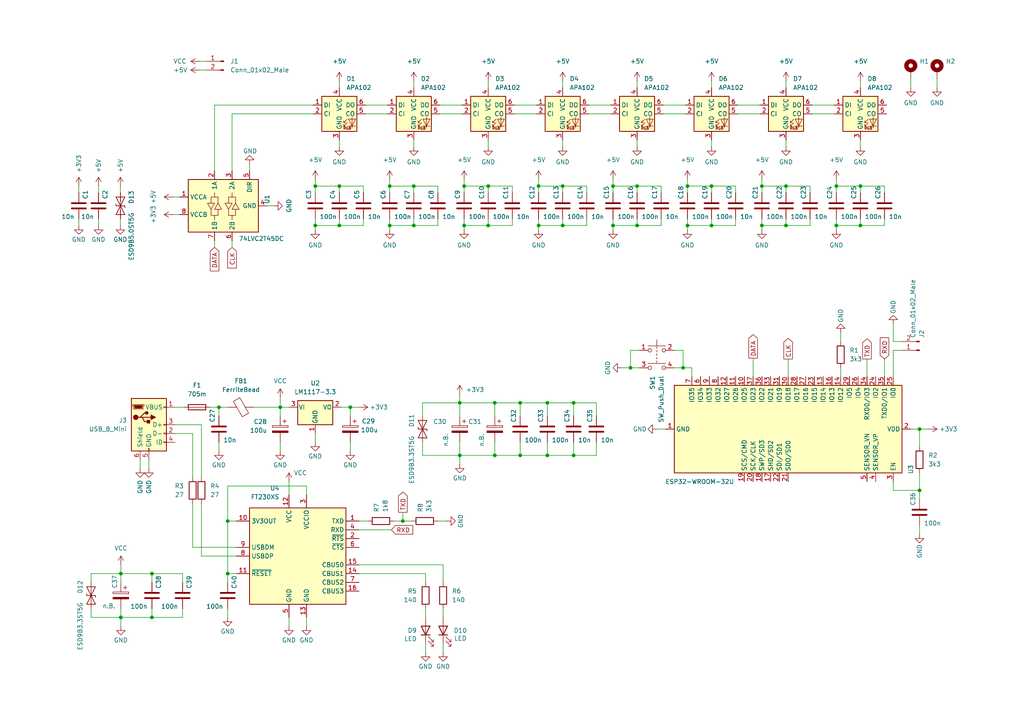
<source format=kicad_sch>
(kicad_sch (version 20211123) (generator eeschema)
  (paper "A4")
  (title_block (title "WIFI RGB LED Controller") (date "2022-03-14") (rev "1.0") (company "g.raf^engineering"))
  (junction (at 206.375 53.975))
  (junction (at 133.35 132.08))
  (junction (at 143.51 132.08))
  (junction (at 150.876 116.84))
  (junction (at 227.965 65.405))
  (junction (at 134.62 53.975))
  (junction (at 141.605 53.975))
  (junction (at 101.6 118.11))
  (junction (at 156.21 65.405))
  (junction (at 184.785 65.405))
  (junction (at 91.44 53.975))
  (junction (at 120.015 53.975))
  (junction (at 166.37 116.84))
  (junction (at 249.555 65.405))
  (junction (at 116.84 151.13))
  (junction (at 44.069 166.37))
  (junction (at 113.03 65.405))
  (junction (at 177.8 53.975))
  (junction (at 158.75 116.84))
  (junction (at 98.425 53.975))
  (junction (at 113.03 53.975))
  (junction (at 242.57 53.975))
  (junction (at 35.052 179.07))
  (junction (at 199.39 65.405))
  (junction (at 184.785 53.975))
  (junction (at 143.51 116.84))
  (junction (at 242.57 65.405))
  (junction (at 134.62 65.405))
  (junction (at 120.015 65.405))
  (junction (at 35.052 166.37))
  (junction (at 206.375 65.405))
  (junction (at 44.069 179.07))
  (junction (at 66.04 151.13))
  (junction (at 133.35 116.84))
  (junction (at 198.12 106.68))
  (junction (at 220.98 53.975))
  (junction (at 150.876 132.08))
  (junction (at 220.98 65.405))
  (junction (at 177.8 65.405))
  (junction (at 182.88 106.68))
  (junction (at 266.7 124.46))
  (junction (at 63.5 118.11))
  (junction (at 81.28 118.11))
  (junction (at 249.555 53.975))
  (junction (at 66.04 166.37))
  (junction (at 227.965 53.975))
  (junction (at 163.195 65.405))
  (junction (at 163.195 53.975))
  (junction (at 141.605 65.405))
  (junction (at 158.75 132.08))
  (junction (at 266.7 142.24))
  (junction (at 98.425 65.405))
  (junction (at 166.37 132.08))
  (junction (at 199.39 53.975))
  (junction (at 156.21 53.975))
  (junction (at 91.44 65.405))
  (wire (pts (xy 98.425 63.5) (xy 98.425 65.405)))
  (wire (pts (xy 148.59 53.975) (xy 141.605 53.975)))
  (wire (pts (xy 170.18 65.405) (xy 163.195 65.405)))
  (wire (pts (xy 184.785 53.975) (xy 177.8 53.975)))
  (wire (pts (xy 199.39 65.405) (xy 199.39 66.675)))
  (wire (pts (xy 184.785 65.405) (xy 177.8 65.405)))
  (wire (pts (xy 190.5 124.46) (xy 193.04 124.46)))
  (wire (pts (xy 35.052 179.07) (xy 35.052 181.61)))
  (wire (pts (xy 235.585 33.02) (xy 241.935 33.02)))
  (wire (pts (xy 220.98 52.07) (xy 220.98 53.975)))
  (wire (pts (xy 34.925 63.5) (xy 34.925 65.405)))
  (wire (pts (xy 259.08 139.7) (xy 259.08 142.24)))
  (wire (pts (xy 234.95 65.405) (xy 227.965 65.405)))
  (wire (pts (xy 220.98 53.975) (xy 220.98 55.88)))
  (wire (pts (xy 113.03 53.975) (xy 113.03 55.88)))
  (wire (pts (xy 259.08 101.6) (xy 259.08 109.22)))
  (wire (pts (xy 235.585 30.48) (xy 241.935 30.48)))
  (wire (pts (xy 101.6 118.11) (xy 99.06 118.11)))
  (wire (pts (xy 198.12 101.6) (xy 198.12 106.68)))
  (wire (pts (xy 206.375 53.975) (xy 206.375 55.88)))
  (wire (pts (xy 249.555 53.975) (xy 249.555 55.88)))
  (wire (pts (xy 266.7 152.4) (xy 266.7 154.94)))
  (wire (pts (xy 134.62 65.405) (xy 134.62 66.675)))
  (wire (pts (xy 72.39 49.53) (xy 72.39 47.625)))
  (wire (pts (xy 113.03 65.405) (xy 113.03 66.675)))
  (wire (pts (xy 156.21 65.405) (xy 156.21 66.675)))
  (wire (pts (xy 50.165 62.23) (xy 52.07 62.23)))
  (wire (pts (xy 120.015 53.975) (xy 113.03 53.975)))
  (wire (pts (xy 123.444 176.53) (xy 123.444 179.07)))
  (wire (pts (xy 256.54 104.14) (xy 256.54 109.22)))
  (wire (pts (xy 242.57 63.5) (xy 242.57 65.405)))
  (wire (pts (xy 242.57 53.975) (xy 242.57 55.88)))
  (wire (pts (xy 184.785 23.495) (xy 184.785 25.4)))
  (wire (pts (xy 206.375 63.5) (xy 206.375 65.405)))
  (wire (pts (xy 206.375 23.495) (xy 206.375 25.4)))
  (wire (pts (xy 88.9 179.07) (xy 88.9 181.61)))
  (wire (pts (xy 104.14 151.13) (xy 106.68 151.13)))
  (wire (pts (xy 52.959 176.53) (xy 52.959 179.07)))
  (wire (pts (xy 105.41 63.5) (xy 105.41 65.405)))
  (wire (pts (xy 26.416 168.91) (xy 26.416 166.37)))
  (wire (pts (xy 66.04 140.97) (xy 66.04 151.13)))
  (wire (pts (xy 191.77 55.88) (xy 191.77 53.975)))
  (wire (pts (xy 220.98 65.405) (xy 220.98 66.675)))
  (wire (pts (xy 35.052 176.53) (xy 35.052 179.07)))
  (wire (pts (xy 172.974 128.27) (xy 172.974 132.08)))
  (wire (pts (xy 213.36 63.5) (xy 213.36 65.405)))
  (wire (pts (xy 98.425 40.64) (xy 98.425 42.545)))
  (wire (pts (xy 148.59 55.88) (xy 148.59 53.975)))
  (wire (pts (xy 120.015 53.975) (xy 120.015 55.88)))
  (wire (pts (xy 200.66 109.22) (xy 200.66 106.68)))
  (wire (pts (xy 266.7 124.46) (xy 266.7 129.54)))
  (wire (pts (xy 98.425 65.405) (xy 91.44 65.405)))
  (wire (pts (xy 166.37 132.08) (xy 172.974 132.08)))
  (wire (pts (xy 150.876 128.27) (xy 150.876 132.08)))
  (wire (pts (xy 150.876 132.08) (xy 143.51 132.08)))
  (wire (pts (xy 228.6 104.14) (xy 228.6 109.22)))
  (wire (pts (xy 261.62 101.6) (xy 259.08 101.6)))
  (wire (pts (xy 91.44 53.975) (xy 91.44 55.88)))
  (wire (pts (xy 192.405 33.02) (xy 198.755 33.02)))
  (wire (pts (xy 68.58 166.37) (xy 66.04 166.37)))
  (wire (pts (xy 199.39 53.975) (xy 199.39 55.88)))
  (wire (pts (xy 182.88 101.6) (xy 182.88 106.68)))
  (wire (pts (xy 242.57 52.07) (xy 242.57 53.975)))
  (wire (pts (xy 34.925 53.975) (xy 34.925 55.88)))
  (wire (pts (xy 156.21 53.975) (xy 156.21 55.88)))
  (wire (pts (xy 62.23 30.48) (xy 90.805 30.48)))
  (wire (pts (xy 184.785 63.5) (xy 184.785 65.405)))
  (wire (pts (xy 55.88 138.43) (xy 55.88 125.73)))
  (wire (pts (xy 122.555 116.84) (xy 133.35 116.84)))
  (wire (pts (xy 218.44 103.886) (xy 218.44 109.22)))
  (wire (pts (xy 213.36 55.88) (xy 213.36 53.975)))
  (wire (pts (xy 134.62 63.5) (xy 134.62 65.405)))
  (wire (pts (xy 50.8 123.19) (xy 58.42 123.19)))
  (wire (pts (xy 88.9 143.51) (xy 88.9 140.97)))
  (wire (pts (xy 127 53.975) (xy 120.015 53.975)))
  (wire (pts (xy 81.28 128.27) (xy 81.28 130.81)))
  (wire (pts (xy 143.51 128.27) (xy 143.51 132.08)))
  (wire (pts (xy 127 65.405) (xy 120.015 65.405)))
  (wire (pts (xy 227.965 53.975) (xy 220.98 53.975)))
  (wire (pts (xy 133.35 128.27) (xy 133.35 132.08)))
  (wire (pts (xy 134.62 52.07) (xy 134.62 53.975)))
  (wire (pts (xy 163.195 63.5) (xy 163.195 65.405)))
  (wire (pts (xy 104.14 163.83) (xy 128.524 163.83)))
  (wire (pts (xy 170.815 30.48) (xy 177.165 30.48)))
  (wire (pts (xy 166.37 116.84) (xy 158.75 116.84)))
  (wire (pts (xy 83.82 179.07) (xy 83.82 181.61)))
  (wire (pts (xy 83.82 139.7) (xy 83.82 143.51)))
  (wire (pts (xy 249.555 65.405) (xy 242.57 65.405)))
  (wire (pts (xy 227.965 40.64) (xy 227.965 42.545)))
  (wire (pts (xy 149.225 33.02) (xy 155.575 33.02)))
  (wire (pts (xy 148.59 65.405) (xy 141.605 65.405)))
  (wire (pts (xy 66.04 176.53) (xy 66.04 179.07)))
  (wire (pts (xy 63.5 118.11) (xy 63.5 120.65)))
  (wire (pts (xy 52.959 168.91) (xy 52.959 166.37)))
  (wire (pts (xy 28.575 63.5) (xy 28.575 65.405)))
  (wire (pts (xy 213.995 30.48) (xy 220.345 30.48)))
  (wire (pts (xy 116.84 151.13) (xy 119.38 151.13)))
  (wire (pts (xy 158.75 132.08) (xy 150.876 132.08)))
  (wire (pts (xy 44.069 176.53) (xy 44.069 179.07)))
  (wire (pts (xy 105.41 65.405) (xy 98.425 65.405)))
  (wire (pts (xy 195.58 106.68) (xy 198.12 106.68)))
  (wire (pts (xy 104.14 166.37) (xy 123.444 166.37)))
  (wire (pts (xy 127.635 33.02) (xy 133.985 33.02)))
  (wire (pts (xy 62.23 30.48) (xy 62.23 49.53)))
  (wire (pts (xy 26.416 166.37) (xy 35.052 166.37)))
  (wire (pts (xy 122.555 132.08) (xy 133.35 132.08)))
  (wire (pts (xy 128.524 176.53) (xy 128.524 179.07)))
  (wire (pts (xy 163.195 23.495) (xy 163.195 25.4)))
  (wire (pts (xy 91.44 125.73) (xy 91.44 128.27)))
  (wire (pts (xy 67.31 71.755) (xy 67.31 69.85)))
  (wire (pts (xy 63.5 118.11) (xy 66.04 118.11)))
  (wire (pts (xy 55.88 158.75) (xy 55.88 146.05)))
  (wire (pts (xy 166.37 120.65) (xy 166.37 116.84)))
  (wire (pts (xy 184.785 53.975) (xy 184.785 55.88)))
  (wire (pts (xy 58.42 146.05) (xy 58.42 161.29)))
  (wire (pts (xy 184.785 40.64) (xy 184.785 42.545)))
  (wire (pts (xy 170.18 63.5) (xy 170.18 65.405)))
  (wire (pts (xy 163.195 53.975) (xy 156.21 53.975)))
  (wire (pts (xy 35.052 179.07) (xy 26.416 179.07)))
  (wire (pts (xy 191.77 53.975) (xy 184.785 53.975)))
  (wire (pts (xy 256.54 63.5) (xy 256.54 65.405)))
  (wire (pts (xy 122.555 128.27) (xy 122.555 132.08)))
  (wire (pts (xy 62.23 71.755) (xy 62.23 69.85)))
  (wire (pts (xy 141.605 23.495) (xy 141.605 25.4)))
  (wire (pts (xy 104.14 153.67) (xy 113.538 153.67)))
  (wire (pts (xy 141.605 53.975) (xy 141.605 55.88)))
  (wire (pts (xy 249.555 23.495) (xy 249.555 25.4)))
  (wire (pts (xy 128.524 186.69) (xy 128.524 189.23)))
  (wire (pts (xy 264.16 124.46) (xy 266.7 124.46)))
  (wire (pts (xy 266.7 137.16) (xy 266.7 142.24)))
  (wire (pts (xy 105.41 53.975) (xy 98.425 53.975)))
  (wire (pts (xy 81.28 118.11) (xy 73.66 118.11)))
  (wire (pts (xy 143.51 120.65) (xy 143.51 116.84)))
  (wire (pts (xy 143.51 116.84) (xy 150.876 116.84)))
  (wire (pts (xy 149.225 30.48) (xy 155.575 30.48)))
  (wire (pts (xy 113.03 63.5) (xy 113.03 65.405)))
  (wire (pts (xy 55.88 125.73) (xy 50.8 125.73)))
  (wire (pts (xy 104.14 118.11) (xy 101.6 118.11)))
  (wire (pts (xy 66.04 151.13) (xy 68.58 151.13)))
  (wire (pts (xy 133.35 116.84) (xy 143.51 116.84)))
  (wire (pts (xy 58.42 161.29) (xy 68.58 161.29)))
  (wire (pts (xy 158.75 128.27) (xy 158.75 132.08)))
  (wire (pts (xy 206.375 40.64) (xy 206.375 42.545)))
  (wire (pts (xy 141.605 63.5) (xy 141.605 65.405)))
  (wire (pts (xy 40.64 133.35) (xy 40.64 135.89)))
  (wire (pts (xy 50.165 57.15) (xy 52.07 57.15)))
  (wire (pts (xy 26.416 179.07) (xy 26.416 176.53)))
  (wire (pts (xy 43.18 133.35) (xy 43.18 135.89)))
  (wire (pts (xy 213.36 53.975) (xy 206.375 53.975)))
  (wire (pts (xy 101.6 118.11) (xy 101.6 120.65)))
  (wire (pts (xy 259.08 99.06) (xy 259.08 93.98)))
  (wire (pts (xy 114.3 151.13) (xy 116.84 151.13)))
  (wire (pts (xy 91.44 63.5) (xy 91.44 65.405)))
  (wire (pts (xy 227.965 23.495) (xy 227.965 25.4)))
  (wire (pts (xy 35.052 166.37) (xy 35.052 168.91)))
  (wire (pts (xy 234.95 55.88) (xy 234.95 53.975)))
  (wire (pts (xy 148.59 63.5) (xy 148.59 65.405)))
  (wire (pts (xy 200.66 106.68) (xy 198.12 106.68)))
  (wire (pts (xy 28.575 53.975) (xy 28.575 55.88)))
  (wire (pts (xy 259.08 142.24) (xy 266.7 142.24)))
  (wire (pts (xy 63.5 128.27) (xy 63.5 130.81)))
  (wire (pts (xy 163.195 53.975) (xy 163.195 55.88)))
  (wire (pts (xy 163.195 40.64) (xy 163.195 42.545)))
  (wire (pts (xy 81.28 118.11) (xy 81.28 120.65)))
  (wire (pts (xy 264.16 22.86) (xy 264.16 25.4)))
  (wire (pts (xy 105.41 55.88) (xy 105.41 53.975)))
  (wire (pts (xy 143.51 132.08) (xy 133.35 132.08)))
  (wire (pts (xy 170.18 53.975) (xy 163.195 53.975)))
  (wire (pts (xy 234.95 63.5) (xy 234.95 65.405)))
  (wire (pts (xy 156.21 52.07) (xy 156.21 53.975)))
  (wire (pts (xy 206.375 53.975) (xy 199.39 53.975)))
  (wire (pts (xy 170.815 33.02) (xy 177.165 33.02)))
  (wire (pts (xy 199.39 52.07) (xy 199.39 53.975)))
  (wire (pts (xy 91.44 65.405) (xy 91.44 66.675)))
  (wire (pts (xy 120.015 23.495) (xy 120.015 25.4)))
  (wire (pts (xy 170.18 55.88) (xy 170.18 53.975)))
  (wire (pts (xy 81.28 115.316) (xy 81.28 118.11)))
  (wire (pts (xy 22.86 53.975) (xy 22.86 55.88)))
  (wire (pts (xy 249.555 63.5) (xy 249.555 65.405)))
  (wire (pts (xy 98.425 53.975) (xy 98.425 55.88)))
  (wire (pts (xy 68.58 158.75) (xy 55.88 158.75)))
  (wire (pts (xy 180.34 106.68) (xy 182.88 106.68)))
  (wire (pts (xy 177.8 65.405) (xy 177.8 66.675)))
  (wire (pts (xy 213.36 65.405) (xy 206.375 65.405)))
  (wire (pts (xy 113.03 52.07) (xy 113.03 53.975)))
  (wire (pts (xy 227.965 65.405) (xy 220.98 65.405)))
  (wire (pts (xy 57.912 17.78) (xy 59.817 17.78)))
  (wire (pts (xy 141.605 53.975) (xy 134.62 53.975)))
  (wire (pts (xy 128.524 163.83) (xy 128.524 168.91)))
  (wire (pts (xy 243.84 96.52) (xy 243.84 99.06)))
  (wire (pts (xy 256.54 53.975) (xy 249.555 53.975)))
  (wire (pts (xy 53.34 118.11) (xy 50.8 118.11)))
  (wire (pts (xy 256.54 65.405) (xy 249.555 65.405)))
  (wire (pts (xy 158.75 116.84) (xy 150.876 116.84)))
  (wire (pts (xy 35.052 166.37) (xy 44.069 166.37)))
  (wire (pts (xy 163.195 65.405) (xy 156.21 65.405)))
  (wire (pts (xy 63.5 118.11) (xy 60.96 118.11)))
  (wire (pts (xy 120.015 40.64) (xy 120.015 42.545)))
  (wire (pts (xy 172.974 116.84) (xy 166.37 116.84)))
  (wire (pts (xy 249.555 53.975) (xy 242.57 53.975)))
  (wire (pts (xy 58.42 123.19) (xy 58.42 138.43)))
  (wire (pts (xy 243.84 106.68) (xy 243.84 109.22)))
  (wire (pts (xy 44.069 179.07) (xy 52.959 179.07)))
  (wire (pts (xy 177.8 52.07) (xy 177.8 53.975)))
  (wire (pts (xy 122.555 120.65) (xy 122.555 116.84)))
  (wire (pts (xy 133.35 114.3) (xy 133.35 116.84)))
  (wire (pts (xy 256.54 55.88) (xy 256.54 53.975)))
  (wire (pts (xy 192.405 30.48) (xy 198.755 30.48)))
  (wire (pts (xy 77.47 59.69) (xy 79.375 59.69)))
  (wire (pts (xy 266.7 124.46) (xy 269.24 124.46)))
  (wire (pts (xy 261.62 99.06) (xy 259.08 99.06)))
  (wire (pts (xy 141.605 40.64) (xy 141.605 42.545)))
  (wire (pts (xy 35.052 163.83) (xy 35.052 166.37)))
  (wire (pts (xy 133.35 116.84) (xy 133.35 120.65)))
  (wire (pts (xy 127 55.88) (xy 127 53.975)))
  (wire (pts (xy 191.77 65.405) (xy 184.785 65.405)))
  (wire (pts (xy 234.95 53.975) (xy 227.965 53.975)))
  (wire (pts (xy 213.995 33.02) (xy 220.345 33.02)))
  (wire (pts (xy 185.42 101.6) (xy 182.88 101.6)))
  (wire (pts (xy 191.77 63.5) (xy 191.77 65.405)))
  (wire (pts (xy 127 151.13) (xy 129.54 151.13)))
  (wire (pts (xy 67.31 33.02) (xy 90.805 33.02)))
  (wire (pts (xy 120.015 63.5) (xy 120.015 65.405)))
  (wire (pts (xy 166.37 128.27) (xy 166.37 132.08)))
  (wire (pts (xy 206.375 65.405) (xy 199.39 65.405)))
  (wire (pts (xy 120.015 65.405) (xy 113.03 65.405)))
  (wire (pts (xy 98.425 23.495) (xy 98.425 25.4)))
  (wire (pts (xy 106.045 33.02) (xy 112.395 33.02)))
  (wire (pts (xy 150.876 116.84) (xy 150.876 120.65)))
  (wire (pts (xy 166.37 132.08) (xy 158.75 132.08)))
  (wire (pts (xy 182.88 106.68) (xy 185.42 106.68)))
  (wire (pts (xy 227.965 63.5) (xy 227.965 65.405)))
  (wire (pts (xy 66.04 166.37) (xy 66.04 168.91)))
  (wire (pts (xy 127 63.5) (xy 127 65.405)))
  (wire (pts (xy 44.069 166.37) (xy 52.959 166.37)))
  (wire (pts (xy 116.84 148.59) (xy 116.84 151.13)))
  (wire (pts (xy 66.04 166.37) (xy 66.04 151.13)))
  (wire (pts (xy 172.974 120.65) (xy 172.974 116.84)))
  (wire (pts (xy 177.8 53.975) (xy 177.8 55.88)))
  (wire (pts (xy 220.98 63.5) (xy 220.98 65.405)))
  (wire (pts (xy 195.58 101.6) (xy 198.12 101.6)))
  (wire (pts (xy 249.555 40.64) (xy 249.555 42.545)))
  (wire (pts (xy 156.21 63.5) (xy 156.21 65.405)))
  (wire (pts (xy 35.052 179.07) (xy 44.069 179.07)))
  (wire (pts (xy 227.965 53.975) (xy 227.965 55.88)))
  (wire (pts (xy 123.444 186.69) (xy 123.444 189.23)))
  (wire (pts (xy 141.605 65.405) (xy 134.62 65.405)))
  (wire (pts (xy 98.425 53.975) (xy 91.44 53.975)))
  (wire (pts (xy 158.75 116.84) (xy 158.75 120.65)))
  (wire (pts (xy 271.78 22.86) (xy 271.78 25.4)))
  (wire (pts (xy 127.635 30.48) (xy 133.985 30.48)))
  (wire (pts (xy 199.39 63.5) (xy 199.39 65.405)))
  (wire (pts (xy 251.46 104.14) (xy 251.46 109.22)))
  (wire (pts (xy 177.8 63.5) (xy 177.8 65.405)))
  (wire (pts (xy 266.7 142.24) (xy 266.7 144.78)))
  (wire (pts (xy 91.44 52.07) (xy 91.44 53.975)))
  (wire (pts (xy 133.35 132.08) (xy 133.35 134.62)))
  (wire (pts (xy 101.6 128.27) (xy 101.6 130.81)))
  (wire (pts (xy 57.912 20.32) (xy 59.817 20.32)))
  (wire (pts (xy 44.069 168.91) (xy 44.069 166.37)))
  (wire (pts (xy 242.57 65.405) (xy 242.57 66.675)))
  (wire (pts (xy 22.86 63.5) (xy 22.86 65.405)))
  (wire (pts (xy 67.31 33.02) (xy 67.31 49.53)))
  (wire (pts (xy 83.82 118.11) (xy 81.28 118.11)))
  (wire (pts (xy 106.045 30.48) (xy 112.395 30.48)))
  (wire (pts (xy 88.9 140.97) (xy 66.04 140.97)))
  (wire (pts (xy 123.444 168.91) (xy 123.444 166.37)))
  (wire (pts (xy 134.62 53.975) (xy 134.62 55.88)))
  (global_label "CLK" (shape input) (at 67.31 71.755 270) (property "Intersheet References" "${INTERSHEET_REFS}" (effects hide)))
  (global_label "DATA" (shape output) (at 218.44 103.886 90) (property "Intersheet References" "${INTERSHEET_REFS}" (effects hide)))
  (global_label "TXD" (shape output) (at 251.46 104.14 90) (property "Intersheet References" "${INTERSHEET_REFS}" (effects hide)))
  (global_label "CLK" (shape output) (at 228.6 104.14 90) (property "Intersheet References" "${INTERSHEET_REFS}" (effects hide)))
  (global_label "RXD" (shape input) (at 113.538 153.67 0) (property "Intersheet References" "${INTERSHEET_REFS}" (effects hide)))
  (global_label "RXD" (shape input) (at 256.54 104.14 90) (property "Intersheet References" "${INTERSHEET_REFS}" (effects hide)))
  (global_label "DATA" (shape input) (at 62.23 71.755 270) (property "Intersheet References" "${INTERSHEET_REFS}" (effects hide)))
  (global_label "TXD" (shape output) (at 116.84 148.59 90) (property "Intersheet References" "${INTERSHEET_REFS}" (effects hide)))
  (symbol (lib_id "Diode:ESD9B3.3ST5G") (at 122.555 124.46 90) (unit 1)
    (property "Reference" "D11" (at 119.38 120.015 0) (effects (justify right)))
    (property "Value" "ESD9B3.3ST5G" (at 119.38 126.365 0) (effects (justify right)))
    (property "Footprint" "Diode_SMD:D_SOD-923" (effects hide))
    (property "Datasheet" "https://www.onsemi.com/pub/Collateral/ESD9B-D.PDF" (effects hide))
  )
  (symbol (lib_id "power:+5V") (at 220.98 52.07 0) (unit 1)
    (property "Reference" "#PWR028" (effects hide))
    (property "Value" "+5V" (at 220.98 46.355 0))
  )
  (symbol (lib_id "Device:C") (at 234.95 59.69 0) (unit 1)
    (property "Reference" "C23" (at 233.045 57.785 90) (effects (justify left)))
    (property "Value" "10n" (at 236.22 62.865 0) (effects (justify left)))
    (property "Footprint" "Capacitor_SMD:C_1206_3216Metric" (effects hide))
  )
  (symbol (lib_id "Device:C") (at 66.04 172.72 0) (mirror y) (unit 1)
    (property "Reference" "C40" (at 67.945 170.815 90) (effects (justify left)))
    (property "Value" "100n" (at 64.77 175.895 0) (effects (justify left)))
    (property "Footprint" "Capacitor_SMD:C_0603_1608Metric" (effects hide))
  )
  (symbol (lib_id "power:+5V") (at 91.44 52.07 0) (unit 1)
    (property "Reference" "#PWR022" (effects hide))
    (property "Value" "+5V" (at 91.44 46.355 0))
  )
  (symbol (lib_id "power:GND") (at 271.78 25.4 0) (unit 1)
    (property "Reference" "#PWR012" (effects hide))
    (property "Value" "GND" (at 271.78 29.845 0))
  )
  (symbol (lib_id "power:+5V") (at 177.8 52.07 0) (unit 1)
    (property "Reference" "#PWR026" (effects hide))
    (property "Value" "+5V" (at 177.8 46.355 0))
  )
  (symbol (lib_id "Device:C_Polarized") (at 35.052 172.72 0) (mirror y) (unit 1)
    (property "Reference" "C37" (at 33.274 170.688 90) (effects (justify left)))
    (property "Value" "n.B." (at 33.528 175.768 0) (effects (justify left)))
    (property "Footprint" "Capacitor_SMD:CP_Elec_4x5.8" (effects hide))
  )
  (symbol (lib_id "Regulator_Linear:LM1117-3.3") (at 91.44 118.11 0) (unit 1)
    (property "Reference" "U2" (at 91.44 111.125 0))
    (property "Value" "LM1117-3.3" (at 91.44 113.665 0))
    (property "Footprint" "Package_TO_SOT_SMD:TO-252-2" (effects hide))
    (property "Datasheet" "http://www.ti.com/lit/ds/symlink/lm1117.pdf" (effects hide))
    (property "RS" "751-5192" (effects hide))
  )
  (symbol (lib_id "power:GND") (at 113.03 66.675 0) (unit 1)
    (property "Reference" "#PWR038" (effects hide))
    (property "Value" "GND" (at 113.03 71.12 0))
  )
  (symbol (lib_id "Device:C") (at 22.86 59.69 0) (mirror y) (unit 1)
    (property "Reference" "C1" (at 24.765 57.785 90) (effects (justify left)))
    (property "Value" "10n" (at 21.59 62.865 0) (effects (justify left)))
    (property "Footprint" "Capacitor_SMD:C_0603_1608Metric" (effects hide))
  )
  (symbol (lib_id "power:GND") (at 180.34 106.68 270) (unit 1)
    (property "Reference" "#PWR047" (effects hide))
    (property "Value" "GND" (at 176.276 104.648 0) (effects (justify left)))
  )
  (symbol (lib_id "power:GND") (at 88.9 181.61 0) (mirror y) (unit 1)
    (property "Reference" "#PWR066" (effects hide))
    (property "Value" "GND" (at 90.932 185.674 0) (effects (justify left)))
  )
  (symbol (lib_id "power:GND") (at 72.39 47.625 180) (unit 1)
    (property "Reference" "#PWR021" (effects hide))
    (property "Value" "GND" (at 70.485 43.815 0) (effects (justify right)))
  )
  (symbol (lib_id "power:GND") (at 22.86 65.405 0) (mirror y) (unit 1)
    (property "Reference" "#PWR035" (effects hide))
    (property "Value" "GND" (at 24.892 69.469 0) (effects (justify left)))
  )
  (symbol (lib_id "Device:C_Polarized") (at 81.28 124.46 0) (mirror y) (unit 1)
    (property "Reference" "C28" (at 77.47 122.3009 0) (effects (justify left)))
    (property "Value" "100u" (at 77.47 124.8409 0) (effects (justify left)))
    (property "Footprint" "Capacitor_SMD:CP_Elec_4x5.8" (effects hide))
  )
  (symbol (lib_id "Device:C") (at 191.77 59.69 0) (unit 1)
    (property "Reference" "C17" (at 189.865 57.785 90) (effects (justify left)))
    (property "Value" "10n" (at 193.04 62.865 0) (effects (justify left)))
    (property "Footprint" "Capacitor_SMD:C_1206_3216Metric" (effects hide))
  )
  (symbol (lib_id "Device:R") (at 128.524 172.72 0) (unit 1)
    (property "Reference" "R6" (at 131.064 171.4499 0) (effects (justify left)))
    (property "Value" "140" (at 131.064 173.9899 0) (effects (justify left)))
    (property "Footprint" "Resistor_SMD:R_0603_1608Metric" (effects hide))
  )
  (symbol (lib_id "Device:C") (at 166.37 124.46 0) (unit 1)
    (property "Reference" "C34" (at 164.465 122.555 90) (effects (justify left)))
    (property "Value" "10n" (at 167.64 127.635 0) (effects (justify left)))
    (property "Footprint" "Capacitor_SMD:C_1206_3216Metric" (effects hide))
  )
  (symbol (lib_id "Device:C") (at 52.959 172.72 0) (mirror y) (unit 1)
    (property "Reference" "C39" (at 54.864 170.815 90) (effects (justify left)))
    (property "Value" "100n" (at 51.689 175.895 0) (effects (justify left)))
    (property "Footprint" "Capacitor_SMD:C_0603_1608Metric" (effects hide))
  )
  (symbol (lib_id "power:+3V3") (at 50.165 62.23 90) (unit 1)
    (property "Reference" "#PWR034" (effects hide))
    (property "Value" "+3V3" (at 44.45 62.23 0))
  )
  (symbol (lib_id "Device:C") (at 199.39 59.69 0) (unit 1)
    (property "Reference" "C18" (at 197.485 57.785 90) (effects (justify left)))
    (property "Value" "100n" (at 200.66 62.865 0) (effects (justify left)))
    (property "Footprint" "Capacitor_SMD:C_1206_3216Metric" (effects hide))
  )
  (symbol (lib_id "power:GND") (at 35.052 181.61 0) (mirror y) (unit 1)
    (property "Reference" "#PWR064" (effects hide))
    (property "Value" "GND" (at 37.084 185.674 0) (effects (justify left)))
  )
  (symbol (lib_id "power:GND") (at 40.64 135.89 0) (mirror y) (unit 1)
    (property "Reference" "#PWR057" (effects hide))
    (property "Value" "GND" (at 40.64 139.192 90) (effects (justify right)))
  )
  (symbol (lib_id "Switch:SW_Push_Dual") (at 190.5 101.6 0) (unit 1)
    (property "Reference" "SW1" (at 189.2299 108.966 90) (effects (justify right)))
    (property "Value" "SW_Push_Dual" (at 191.7699 108.966 90) (effects (justify right)))
    (property "Footprint" "Button_Switch_SMD:SW_SPST_Omron_B3FS-100xP" (effects hide))
  )
  (symbol (lib_id "Device:C") (at 206.375 59.69 0) (unit 1)
    (property "Reference" "C19" (at 204.47 57.785 90) (effects (justify left)))
    (property "Value" "100n" (at 207.645 62.865 0) (effects (justify left)))
    (property "Footprint" "Capacitor_SMD:C_1206_3216Metric" (effects hide))
  )
  (symbol (lib_id "power:+3V3") (at 22.86 53.975 0) (unit 1)
    (property "Reference" "#PWR030" (effects hide))
    (property "Value" "+3V3" (at 22.86 50.165 90) (effects (justify left)))
  )
  (symbol (lib_id "power:+3V3") (at 269.24 124.46 270) (mirror x) (unit 1)
    (property "Reference" "#PWR052" (effects hide))
    (property "Value" "+3V3" (at 272.415 124.4601 90) (effects (justify left)))
  )
  (symbol (lib_id "power:GND") (at 101.6 130.81 0) (mirror y) (unit 1)
    (property "Reference" "#PWR056" (effects hide))
    (property "Value" "GND" (at 103.632 134.874 0) (effects (justify left)))
  )
  (symbol (lib_id "power:GND") (at 264.16 25.4 0) (unit 1)
    (property "Reference" "#PWR011" (effects hide))
    (property "Value" "GND" (at 264.16 29.845 0))
  )
  (symbol (lib_id "power:GND") (at 163.195 42.545 0) (unit 1)
    (property "Reference" "#PWR016" (effects hide))
    (property "Value" "GND" (at 163.195 46.99 0))
  )
  (symbol (lib_id "power:+5V") (at 249.555 23.495 0) (unit 1)
    (property "Reference" "#PWR010" (effects hide))
    (property "Value" "+5V" (at 249.555 17.78 0))
  )
  (symbol (lib_id "power:GND") (at 190.5 124.46 270) (unit 1)
    (property "Reference" "#PWR051" (effects hide))
    (property "Value" "GND" (at 183.515 124.46 90) (effects (justify left)))
  )
  (symbol (lib_id "Connector:USB_B_Mini") (at 43.18 123.19 0) (unit 1)
    (property "Reference" "J3" (at 36.83 121.9199 0) (effects (justify right)))
    (property "Value" "USB_B_Mini" (at 36.83 124.4599 0) (effects (justify right)))
    (property "Footprint" "Connector_USB:USB_Mini-B_Wuerth_65100516121_Horizontal" (effects hide))
    (property "DigiKey" "102-4003-2-ND" (effects hide))
  )
  (symbol (lib_id "power:GND") (at 43.18 135.89 0) (mirror y) (unit 1)
    (property "Reference" "#PWR058" (effects hide))
    (property "Value" "GND" (at 43.18 139.192 90) (effects (justify right)))
  )
  (symbol (lib_id "Device:FerriteBead") (at 69.85 118.11 270) (mirror x) (unit 1)
    (property "Reference" "FB1" (at 69.9008 110.49 90))
    (property "Value" "FerriteBead" (at 69.9008 113.03 90))
    (property "Footprint" "Inductor_SMD:L_1206_3216Metric" (effects hide))
    (property "DigiKey" "240-2405-2-ND" (effects hide))
  )
  (symbol (lib_id "power:GND") (at 206.375 42.545 0) (unit 1)
    (property "Reference" "#PWR018" (effects hide))
    (property "Value" "GND" (at 206.375 46.99 0))
  )
  (symbol (lib_id "power:GND") (at 133.35 134.62 0) (unit 1)
    (property "Reference" "#PWR059" (effects hide))
    (property "Value" "GND" (at 131.318 138.684 0) (effects (justify left)))
  )
  (symbol (lib_id "LED:APA102") (at 227.965 33.02 0) (unit 1)
    (property "Reference" "D7" (at 229.9844 22.86 0) (effects (justify left)))
    (property "Value" "APA102" (at 229.9844 25.4 0) (effects (justify left)))
    (property "Footprint" "LED_SMD:LED_RGB_5050-6" (effects hide))
    (property "Datasheet" "http://www.led-color.com/upload/201506/APA102%20LED.pdf" (effects hide))
    (property "DigiKey" "BL-HBGR32L-3-TRB-8" (effects hide))
  )
  (symbol (lib_id "Device:C") (at 172.974 124.46 0) (unit 1)
    (property "Reference" "C35" (at 171.069 122.555 90) (effects (justify left)))
    (property "Value" "10n" (at 174.244 127.635 0) (effects (justify left)))
    (property "Footprint" "Capacitor_SMD:C_1206_3216Metric" (effects hide))
  )
  (symbol (lib_id "power:GND") (at 259.08 93.98 0) (mirror x) (unit 1)
    (property "Reference" "#PWR045" (effects hide))
    (property "Value" "GND" (at 259.08 86.995 90) (effects (justify left)))
  )
  (symbol (lib_id "power:GND") (at 123.444 189.23 0) (mirror y) (unit 1)
    (property "Reference" "#PWR067" (effects hide))
    (property "Value" "GND" (at 125.476 193.294 0) (effects (justify left)))
  )
  (symbol (lib_id "power:GND") (at 79.375 59.69 90) (unit 1)
    (property "Reference" "#PWR033" (effects hide))
    (property "Value" "GND" (at 83.82 59.69 0))
  )
  (symbol (lib_id "Device:C") (at 105.41 59.69 0) (unit 1)
    (property "Reference" "C5" (at 103.505 57.785 90) (effects (justify left)))
    (property "Value" "10n" (at 106.68 62.865 0) (effects (justify left)))
    (property "Footprint" "Capacitor_SMD:C_1206_3216Metric" (effects hide))
  )
  (symbol (lib_id "power:GND") (at 242.57 66.675 0) (unit 1)
    (property "Reference" "#PWR044" (effects hide))
    (property "Value" "GND" (at 242.57 71.12 0))
  )
  (symbol (lib_id "power:+5V") (at 141.605 23.495 0) (unit 1)
    (property "Reference" "#PWR05" (effects hide))
    (property "Value" "+5V" (at 141.605 17.78 0))
  )
  (symbol (lib_id "power:+5V") (at 242.57 52.07 0) (unit 1)
    (property "Reference" "#PWR029" (effects hide))
    (property "Value" "+5V" (at 242.57 46.355 0))
  )
  (symbol (lib_id "Device:Fuse") (at 57.15 118.11 270) (mirror x) (unit 1)
    (property "Reference" "F1" (at 57.15 111.76 90))
    (property "Value" "705m" (at 57.15 114.3 90))
    (property "Footprint" "Fuse:Fuse_1210_3225Metric" (effects hide))
    (property "DigiKey" "507-1790-2-ND" (effects hide))
  )
  (symbol (lib_id "Device:C") (at 158.75 124.46 0) (unit 1)
    (property "Reference" "C33" (at 156.845 122.555 90) (effects (justify left)))
    (property "Value" "100n" (at 160.02 127.635 0) (effects (justify left)))
    (property "Footprint" "Capacitor_SMD:C_1206_3216Metric" (effects hide))
  )
  (symbol (lib_id "Device:R") (at 123.19 151.13 270) (unit 1)
    (property "Reference" "R8" (at 121.9199 148.59 0) (effects (justify right)))
    (property "Value" "3k3" (at 124.4599 148.59 0) (effects (justify right)))
    (property "Footprint" "Resistor_SMD:R_0603_1608Metric" (effects hide))
  )
  (symbol (lib_id "Device:C") (at 249.555 59.69 0) (unit 1)
    (property "Reference" "C25" (at 247.65 57.785 90) (effects (justify left)))
    (property "Value" "100n" (at 250.825 62.865 0) (effects (justify left)))
    (property "Footprint" "Capacitor_SMD:C_1206_3216Metric" (effects hide))
  )
  (symbol (lib_id "power:+5V") (at 184.785 23.495 0) (unit 1)
    (property "Reference" "#PWR07" (effects hide))
    (property "Value" "+5V" (at 184.785 17.78 0))
  )
  (symbol (lib_id "RF_Module:ESP32-WROOM-32U") (at 228.6 124.46 270) (mirror x) (unit 1)
    (property "Reference" "U3" (at 264.16 136.144 0))
    (property "Value" "ESP32-WROOM-32U" (at 202.946 139.7 90))
    (property "Footprint" "RF_Module:ESP32-WROOM-32U" (effects hide))
    (property "Datasheet" "https://www.espressif.com/sites/default/files/documentation/esp32-wroom-32d_esp32-wroom-32u_datasheet_en.pdf" (effects hide))
    (property "DigiKey" "ESP32-WROOM-32UE-N16" (effects hide))
  )
  (symbol (lib_id "power:GND") (at 91.44 128.27 0) (mirror y) (unit 1)
    (property "Reference" "#PWR053" (effects hide))
    (property "Value" "GND" (at 93.472 132.334 0) (effects (justify left)))
  )
  (symbol (lib_id "power:GND") (at 83.82 181.61 0) (mirror y) (unit 1)
    (property "Reference" "#PWR065" (effects hide))
    (property "Value" "GND" (at 85.852 185.674 0) (effects (justify left)))
  )
  (symbol (lib_id "power:+5V") (at 199.39 52.07 0) (unit 1)
    (property "Reference" "#PWR027" (effects hide))
    (property "Value" "+5V" (at 199.39 46.355 0))
  )
  (symbol (lib_id "Device:C") (at 28.575 59.69 0) (mirror y) (unit 1)
    (property "Reference" "C2" (at 30.48 57.785 90) (effects (justify left)))
    (property "Value" "10n" (at 27.305 62.865 0) (effects (justify left)))
    (property "Footprint" "Capacitor_SMD:C_0603_1608Metric" (effects hide))
  )
  (symbol (lib_id "Mechanical:MountingHole_Pad") (at 264.16 20.32 0) (unit 1)
    (property "Reference" "H1" (at 266.7 17.7799 0) (effects (justify left)))
    (property "Value" "MountingHole_Pad" (effects hide))
    (property "Footprint" "MountingHole:MountingHole_2.5mm_Pad" (effects hide))
  )
  (symbol (lib_id "power:+5V") (at 28.575 53.975 0) (unit 1)
    (property "Reference" "#PWR031" (effects hide))
    (property "Value" "+5V" (at 28.575 50.165 90) (effects (justify left)))
  )
  (symbol (lib_id "power:GND") (at 91.44 66.675 0) (unit 1)
    (property "Reference" "#PWR037" (effects hide))
    (property "Value" "GND" (at 91.44 71.12 0))
  )
  (symbol (lib_id "Device:C") (at 170.18 59.69 0) (unit 1)
    (property "Reference" "C14" (at 168.275 57.785 90) (effects (justify left)))
    (property "Value" "10n" (at 171.45 62.865 0) (effects (justify left)))
    (property "Footprint" "Capacitor_SMD:C_1206_3216Metric" (effects hide))
  )
  (symbol (lib_id "power:VCC") (at 35.052 163.83 0) (mirror y) (unit 1)
    (property "Reference" "#PWR062" (effects hide))
    (property "Value" "VCC" (at 35.052 159.004 0))
  )
  (symbol (lib_id "Device:LED") (at 128.524 182.88 90) (unit 1)
    (property "Reference" "D10" (at 131.572 182.88 90) (effects (justify right)))
    (property "Value" "LED" (at 131.699 185.166 90) (effects (justify right)))
    (property "Footprint" "LED_SMD:LED_0603_1608Metric" (effects hide))
  )
  (symbol (lib_id "Device:C") (at 163.195 59.69 0) (unit 1)
    (property "Reference" "C13" (at 161.29 57.785 90) (effects (justify left)))
    (property "Value" "100n" (at 164.465 62.865 0) (effects (justify left)))
    (property "Footprint" "Capacitor_SMD:C_1206_3216Metric" (effects hide))
  )
  (symbol (lib_id "power:GND") (at 243.84 96.52 180) (unit 1)
    (property "Reference" "#PWR046" (effects hide))
    (property "Value" "GND" (at 243.84 89.535 90) (effects (justify left)))
  )
  (symbol (lib_id "power:GND") (at 141.605 42.545 0) (unit 1)
    (property "Reference" "#PWR015" (effects hide))
    (property "Value" "GND" (at 141.605 46.99 0))
  )
  (symbol (lib_id "power:GND") (at 28.575 65.405 0) (mirror y) (unit 1)
    (property "Reference" "#PWR036" (effects hide))
    (property "Value" "GND" (at 30.607 69.469 0) (effects (justify left)))
  )
  (symbol (lib_id "power:GND") (at 249.555 42.545 0) (unit 1)
    (property "Reference" "#PWR020" (effects hide))
    (property "Value" "GND" (at 249.555 46.99 0))
  )
  (symbol (lib_id "power:+5V") (at 120.015 23.495 0) (unit 1)
    (property "Reference" "#PWR04" (effects hide))
    (property "Value" "+5V" (at 120.015 17.78 0))
  )
  (symbol (lib_id "LED:APA102") (at 120.015 33.02 0) (unit 1)
    (property "Reference" "D2" (at 122.0344 22.86 0) (effects (justify left)))
    (property "Value" "APA102" (at 122.0344 25.4 0) (effects (justify left)))
    (property "Footprint" "LED_SMD:LED_RGB_5050-6" (effects hide))
    (property "Datasheet" "http://www.led-color.com/upload/201506/APA102%20LED.pdf" (effects hide))
    (property "DigiKey" "BL-HBGR32L-3-TRB-8" (effects hide))
  )
  (symbol (lib_id "Interface_USB:FT230XS") (at 86.36 161.29 0) (unit 1)
    (property "Reference" "U4" (at 81.0513 141.605 0) (effects (justify right)))
    (property "Value" "FT230XS" (at 81.0513 144.145 0) (effects (justify right)))
    (property "Footprint" "Package_SO:SSOP-16_3.9x4.9mm_P0.635mm" (effects hide))
    (property "Datasheet" "https://www.ftdichip.com/Support/Documents/DataSheets/ICs/DS_FT230X.pdf" (effects hide))
    (property "DigiKey" "768-1135-6-ND" (effects hide))
  )
  (symbol (lib_id "power:GND") (at 227.965 42.545 0) (unit 1)
    (property "Reference" "#PWR019" (effects hide))
    (property "Value" "GND" (at 227.965 46.99 0))
  )
  (symbol (lib_id "Logic_LevelTranslator:74LVC2T45DC") (at 64.77 59.69 90) (mirror x) (unit 1)
    (property "Reference" "U1" (at 77.47 59.1694 0) (effects (justify right)))
    (property "Value" "74LVC2T45DC" (at 69.215 69.215 90) (effects (justify right)))
    (property "Footprint" "Package_SO:VSSOP-8_2.3x2mm_P0.5mm" (effects hide))
    (property "Datasheet" "https://assets.nexperia.com/documents/data-sheet/74LVC_LVCH2T45.pdf" (effects hide))
    (property "RS" "816-8842" (effects hide))
  )
  (symbol (lib_id "Device:C") (at 98.425 59.69 0) (unit 1)
    (property "Reference" "C4" (at 96.52 57.785 90) (effects (justify left)))
    (property "Value" "100n" (at 99.695 62.865 0) (effects (justify left)))
    (property "Footprint" "Capacitor_SMD:C_1206_3216Metric" (effects hide))
  )
  (symbol (lib_id "Diode:ESD9B3.3ST5G") (at 26.416 172.72 90) (unit 1)
    (property "Reference" "D12" (at 23.241 168.275 0) (effects (justify right)))
    (property "Value" "ESD9B3.3ST5G" (at 23.241 174.625 0) (effects (justify right)))
    (property "Footprint" "Diode_SMD:D_SOD-923" (effects hide))
    (property "Datasheet" "https://www.onsemi.com/pub/Collateral/ESD9B-D.PDF" (effects hide))
  )
  (symbol (lib_id "Device:C") (at 148.59 59.69 0) (unit 1)
    (property "Reference" "C11" (at 146.685 57.785 90) (effects (justify left)))
    (property "Value" "10n" (at 149.86 62.865 0) (effects (justify left)))
    (property "Footprint" "Capacitor_SMD:C_1206_3216Metric" (effects hide))
  )
  (symbol (lib_id "Device:R") (at 243.84 102.87 180) (unit 1)
    (property "Reference" "R1" (at 246.38 101.5999 0) (effects (justify right)))
    (property "Value" "3k3" (at 246.38 104.1399 0) (effects (justify right)))
    (property "Footprint" "Resistor_SMD:R_0603_1608Metric" (effects hide))
  )
  (symbol (lib_id "power:+5V") (at 113.03 52.07 0) (unit 1)
    (property "Reference" "#PWR023" (effects hide))
    (property "Value" "+5V" (at 113.03 46.355 0))
  )
  (symbol (lib_id "Device:LED") (at 123.444 182.88 90) (unit 1)
    (property "Reference" "D9" (at 120.904 182.88 90) (effects (justify left)))
    (property "Value" "LED" (at 120.904 185.293 90) (effects (justify left)))
    (property "Footprint" "LED_SMD:LED_0603_1608Metric" (effects hide))
  )
  (symbol (lib_id "Device:C_Polarized") (at 101.6 124.46 0) (mirror y) (unit 1)
    (property "Reference" "C29" (at 104.902 122.174 0) (effects (justify right)))
    (property "Value" "100u" (at 104.648 124.714 0) (effects (justify right)))
    (property "Footprint" "Capacitor_SMD:CP_Elec_4x5.8" (effects hide))
  )
  (symbol (lib_id "Device:C") (at 220.98 59.69 0) (unit 1)
    (property "Reference" "C21" (at 219.075 57.785 90) (effects (justify left)))
    (property "Value" "100n" (at 222.25 62.865 0) (effects (justify left)))
    (property "Footprint" "Capacitor_SMD:C_1206_3216Metric" (effects hide))
  )
  (symbol (lib_id "power:+5V") (at 227.965 23.495 0) (unit 1)
    (property "Reference" "#PWR09" (effects hide))
    (property "Value" "+5V" (at 227.965 17.78 0))
  )
  (symbol (lib_id "Device:C") (at 256.54 59.69 0) (unit 1)
    (property "Reference" "C26" (at 254.635 57.785 90) (effects (justify left)))
    (property "Value" "10n" (at 257.81 62.865 0) (effects (justify left)))
    (property "Footprint" "Capacitor_SMD:C_1206_3216Metric" (effects hide))
  )
  (symbol (lib_id "LED:APA102") (at 141.605 33.02 0) (unit 1)
    (property "Reference" "D3" (at 143.6244 22.86 0) (effects (justify left)))
    (property "Value" "APA102" (at 143.6244 25.4 0) (effects (justify left)))
    (property "Footprint" "LED_SMD:LED_RGB_5050-6" (effects hide))
    (property "Datasheet" "http://www.led-color.com/upload/201506/APA102%20LED.pdf" (effects hide))
    (property "DigiKey" "BL-HBGR32L-3-TRB-8" (effects hide))
  )
  (symbol (lib_id "Device:C") (at 184.785 59.69 0) (unit 1)
    (property "Reference" "C16" (at 182.88 57.785 90) (effects (justify left)))
    (property "Value" "100n" (at 186.055 62.865 0) (effects (justify left)))
    (property "Footprint" "Capacitor_SMD:C_1206_3216Metric" (effects hide))
  )
  (symbol (lib_id "power:GND") (at 81.28 130.81 0) (mirror y) (unit 1)
    (property "Reference" "#PWR055" (effects hide))
    (property "Value" "GND" (at 83.312 134.874 0) (effects (justify left)))
  )
  (symbol (lib_id "power:+5V") (at 156.21 52.07 0) (unit 1)
    (property "Reference" "#PWR025" (effects hide))
    (property "Value" "+5V" (at 156.21 46.355 0))
  )
  (symbol (lib_id "power:+5V") (at 57.912 20.32 90) (unit 1)
    (property "Reference" "#PWR02" (effects hide))
    (property "Value" "+5V" (at 50.292 20.32 90) (effects (justify right)))
  )
  (symbol (lib_id "LED:APA102") (at 163.195 33.02 0) (unit 1)
    (property "Reference" "D4" (at 165.2144 22.86 0) (effects (justify left)))
    (property "Value" "APA102" (at 165.2144 25.4 0) (effects (justify left)))
    (property "Footprint" "LED_SMD:LED_RGB_5050-6" (effects hide))
    (property "Datasheet" "http://www.led-color.com/upload/201506/APA102%20LED.pdf" (effects hide))
    (property "DigiKey" "BL-HBGR32L-3-TRB-8" (effects hide))
  )
  (symbol (lib_id "Device:C") (at 156.21 59.69 0) (unit 1)
    (property "Reference" "C12" (at 154.305 57.785 90) (effects (justify left)))
    (property "Value" "100n" (at 157.48 62.865 0) (effects (justify left)))
    (property "Footprint" "Capacitor_SMD:C_1206_3216Metric" (effects hide))
  )
  (symbol (lib_id "power:GND") (at 98.425 42.545 0) (unit 1)
    (property "Reference" "#PWR013" (effects hide))
    (property "Value" "GND" (at 98.425 46.99 0))
  )
  (symbol (lib_id "power:+5V") (at 50.165 57.15 90) (unit 1)
    (property "Reference" "#PWR032" (effects hide))
    (property "Value" "+5V" (at 44.45 57.15 0))
  )
  (symbol (lib_id "Device:C") (at 213.36 59.69 0) (unit 1)
    (property "Reference" "C20" (at 211.455 57.785 90) (effects (justify left)))
    (property "Value" "10n" (at 214.63 62.865 0) (effects (justify left)))
    (property "Footprint" "Capacitor_SMD:C_1206_3216Metric" (effects hide))
  )
  (symbol (lib_id "Device:R") (at 110.49 151.13 270) (unit 1)
    (property "Reference" "R7" (at 109.2199 148.59 0) (effects (justify right)))
    (property "Value" "1k8" (at 111.7599 148.59 0) (effects (justify right)))
    (property "Footprint" "Resistor_SMD:R_0603_1608Metric" (effects hide))
  )
  (symbol (lib_id "Device:C") (at 113.03 59.69 0) (unit 1)
    (property "Reference" "C6" (at 111.125 57.785 90) (effects (justify left)))
    (property "Value" "100n" (at 114.3 62.865 0) (effects (justify left)))
    (property "Footprint" "Capacitor_SMD:C_1206_3216Metric" (effects hide))
  )
  (symbol (lib_id "Device:R") (at 266.7 133.35 180) (unit 1)
    (property "Reference" "R2" (at 269.24 132.0799 0) (effects (justify right)))
    (property "Value" "3k3" (at 269.24 134.6199 0) (effects (justify right)))
    (property "Footprint" "Resistor_SMD:R_0603_1608Metric" (effects hide))
  )
  (symbol (lib_id "Device:R") (at 58.42 142.24 180) (unit 1)
    (property "Reference" "R4" (at 60.96 140.9699 0) (effects (justify right)))
    (property "Value" "27" (at 60.96 143.5099 0) (effects (justify right)))
    (property "Footprint" "Resistor_SMD:R_0603_1608Metric" (effects hide))
  )
  (symbol (lib_id "power:+5V") (at 163.195 23.495 0) (unit 1)
    (property "Reference" "#PWR06" (effects hide))
    (property "Value" "+5V" (at 163.195 17.78 0))
  )
  (symbol (lib_id "Device:C") (at 127 59.69 0) (unit 1)
    (property "Reference" "C8" (at 125.095 57.785 90) (effects (justify left)))
    (property "Value" "10n" (at 128.27 62.865 0) (effects (justify left)))
    (property "Footprint" "Capacitor_SMD:C_1206_3216Metric" (effects hide))
  )
  (symbol (lib_id "power:VCC") (at 81.28 115.316 0) (mirror y) (unit 1)
    (property "Reference" "#PWR048" (effects hide))
    (property "Value" "VCC" (at 81.28 110.49 0))
  )
  (symbol (lib_id "LED:APA102") (at 249.555 33.02 0) (unit 1)
    (property "Reference" "D8" (at 251.5744 22.86 0) (effects (justify left)))
    (property "Value" "APA102" (at 251.5744 25.4 0) (effects (justify left)))
    (property "Footprint" "LED_SMD:LED_RGB_5050-6" (effects hide))
    (property "Datasheet" "http://www.led-color.com/upload/201506/APA102%20LED.pdf" (effects hide))
    (property "DigiKey" "BL-HBGR32L-3-TRB-8" (effects hide))
  )
  (symbol (lib_id "Device:R") (at 123.444 172.72 0) (mirror x) (unit 1)
    (property "Reference" "R5" (at 120.904 171.4499 0) (effects (justify right)))
    (property "Value" "140" (at 120.904 173.9899 0) (effects (justify right)))
    (property "Footprint" "Resistor_SMD:R_0603_1608Metric" (effects hide))
  )
  (symbol (lib_id "Device:C") (at 150.876 124.46 0) (unit 1)
    (property "Reference" "C32" (at 148.971 122.555 90) (effects (justify left)))
    (property "Value" "100n" (at 152.146 127.635 0) (effects (justify left)))
    (property "Footprint" "Capacitor_SMD:C_1206_3216Metric" (effects hide))
  )
  (symbol (lib_id "power:GND") (at 134.62 66.675 0) (unit 1)
    (property "Reference" "#PWR039" (effects hide))
    (property "Value" "GND" (at 134.62 71.12 0))
  )
  (symbol (lib_id "Device:C_Polarized") (at 133.35 124.46 0) (mirror y) (unit 1)
    (property "Reference" "C30" (at 129.54 122.3009 0) (effects (justify left)))
    (property "Value" "n.B." (at 129.286 129.54 90) (effects (justify left)))
    (property "Footprint" "Capacitor_SMD:CP_Elec_4x5.8" (effects hide))
  )
  (symbol (lib_id "Device:R") (at 55.88 142.24 0) (mirror y) (unit 1)
    (property "Reference" "R3" (at 53.34 140.9699 0) (effects (justify left)))
    (property "Value" "27" (at 53.34 143.5099 0) (effects (justify left)))
    (property "Footprint" "Resistor_SMD:R_0603_1608Metric" (effects hide))
  )
  (symbol (lib_id "power:+3V3") (at 104.14 118.11 270) (unit 1)
    (property "Reference" "#PWR050" (effects hide))
    (property "Value" "+3V3" (at 112.522 118.11 90) (effects (justify right)))
  )
  (symbol (lib_id "Device:C") (at 120.015 59.69 0) (unit 1)
    (property "Reference" "C7" (at 118.11 57.785 90) (effects (justify left)))
    (property "Value" "100n" (at 121.285 62.865 0) (effects (justify left)))
    (property "Footprint" "Capacitor_SMD:C_1206_3216Metric" (effects hide))
  )
  (symbol (lib_id "power:GND") (at 220.98 66.675 0) (unit 1)
    (property "Reference" "#PWR043" (effects hide))
    (property "Value" "GND" (at 220.98 71.12 0))
  )
  (symbol (lib_id "power:GND") (at 63.5 130.81 0) (mirror y) (unit 1)
    (property "Reference" "#PWR054" (effects hide))
    (property "Value" "GND" (at 65.532 134.874 0) (effects (justify left)))
  )
  (symbol (lib_id "Connector:Conn_01x02_Male") (at 266.7 101.6 180) (unit 1)
    (property "Reference" "J2" (at 267.3351 98.044 90) (effects (justify right)))
    (property "Value" "Conn_01x02_Male" (at 264.7951 98.044 90) (effects (justify right)))
    (property "Footprint" "Connector_PinHeader_1.27mm:PinHeader_1x02_P1.27mm_Horizontal" (effects hide))
  )
  (symbol (lib_id "power:GND") (at 266.7 154.94 0) (unit 1)
    (property "Reference" "#PWR061" (effects hide))
    (property "Value" "GND" (at 266.7 161.925 90) (effects (justify left)))
  )
  (symbol (lib_id "power:GND") (at 120.015 42.545 0) (unit 1)
    (property "Reference" "#PWR014" (effects hide))
    (property "Value" "GND" (at 120.015 46.99 0))
  )
  (symbol (lib_id "power:GND") (at 128.524 189.23 0) (mirror y) (unit 1)
    (property "Reference" "#PWR068" (effects hide))
    (property "Value" "GND" (at 130.556 193.294 0) (effects (justify left)))
  )
  (symbol (lib_id "power:GND") (at 34.925 65.405 0) (mirror y) (unit 1)
    (property "Reference" "#PWR070" (effects hide))
    (property "Value" "GND" (at 36.957 69.469 0) (effects (justify left)))
  )
  (symbol (lib_id "power:+3V3") (at 133.35 114.3 0) (mirror y) (unit 1)
    (property "Reference" "#PWR049" (effects hide))
    (property "Value" "+3V3" (at 135.128 113.0299 0) (effects (justify right)))
  )
  (symbol (lib_id "LED:APA102") (at 98.425 33.02 0) (unit 1)
    (property "Reference" "D1" (at 100.4444 22.86 0) (effects (justify left)))
    (property "Value" "APA102" (at 100.4444 25.4 0) (effects (justify left)))
    (property "Footprint" "LED_SMD:LED_RGB_5050-6" (effects hide))
    (property "Datasheet" "http://www.led-color.com/upload/201506/APA102%20LED.pdf" (effects hide))
    (property "DigiKey" "BL-HBGR32L-3-TRB-8" (effects hide))
  )
  (symbol (lib_id "Device:C") (at 227.965 59.69 0) (unit 1)
    (property "Reference" "C22" (at 226.06 57.785 90) (effects (justify left)))
    (property "Value" "100n" (at 229.235 62.865 0) (effects (justify left)))
    (property "Footprint" "Capacitor_SMD:C_1206_3216Metric" (effects hide))
  )
  (symbol (lib_id "Connector:Conn_01x02_Male") (at 64.897 17.78 0) (mirror y) (unit 1)
    (property "Reference" "J1" (at 66.802 17.7799 0) (effects (justify right)))
    (property "Value" "Conn_01x02_Male" (at 66.802 20.3199 0) (effects (justify right)))
    (property "Footprint" "Connector_PinHeader_1.27mm:PinHeader_1x02_P1.27mm_Horizontal" (effects hide))
  )
  (symbol (lib_id "power:+5V") (at 206.375 23.495 0) (unit 1)
    (property "Reference" "#PWR08" (effects hide))
    (property "Value" "+5V" (at 206.375 17.78 0))
  )
  (symbol (lib_id "power:+5V") (at 98.425 23.495 0) (unit 1)
    (property "Reference" "#PWR03" (effects hide))
    (property "Value" "+5V" (at 98.425 17.78 0))
  )
  (symbol (lib_id "Device:C") (at 63.5 124.46 0) (unit 1)
    (property "Reference" "C27" (at 61.595 122.555 90) (effects (justify left)))
    (property "Value" "10n" (at 64.77 127.635 0) (effects (justify left)))
    (property "Footprint" "Capacitor_SMD:C_1206_3216Metric" (effects hide))
  )
  (symbol (lib_id "Device:C") (at 44.069 172.72 0) (mirror y) (unit 1)
    (property "Reference" "C38" (at 45.974 170.815 90) (effects (justify left)))
    (property "Value" "100n" (at 42.799 175.895 0) (effects (justify left)))
    (property "Footprint" "Capacitor_SMD:C_0603_1608Metric" (effects hide))
  )
  (symbol (lib_id "power:GND") (at 66.04 179.07 0) (mirror y) (unit 1)
    (property "Reference" "#PWR063" (effects hide))
    (property "Value" "GND" (at 68.072 183.134 0) (effects (justify left)))
  )
  (symbol (lib_id "Device:C") (at 177.8 59.69 0) (unit 1)
    (property "Reference" "C15" (at 175.895 57.785 90) (effects (justify left)))
    (property "Value" "100n" (at 179.07 62.865 0) (effects (justify left)))
    (property "Footprint" "Capacitor_SMD:C_1206_3216Metric" (effects hide))
  )
  (symbol (lib_id "Device:C") (at 242.57 59.69 0) (unit 1)
    (property "Reference" "C24" (at 240.665 57.785 90) (effects (justify left)))
    (property "Value" "100n" (at 243.84 62.865 0) (effects (justify left)))
    (property "Footprint" "Capacitor_SMD:C_1206_3216Metric" (effects hide))
  )
  (symbol (lib_id "Device:C") (at 141.605 59.69 0) (unit 1)
    (property "Reference" "C10" (at 139.7 57.785 90) (effects (justify left)))
    (property "Value" "100n" (at 142.875 62.865 0) (effects (justify left)))
    (property "Footprint" "Capacitor_SMD:C_1206_3216Metric" (effects hide))
  )
  (symbol (lib_id "Device:C_Polarized") (at 143.51 124.46 0) (mirror y) (unit 1)
    (property "Reference" "C31" (at 139.7 122.3009 0) (effects (justify left)))
    (property "Value" "n.B." (at 139.7 129.54 90) (effects (justify left)))
    (property "Footprint" "Capacitor_SMD:CP_Elec_4x5.8" (effects hide))
  )
  (symbol (lib_id "Mechanical:MountingHole_Pad") (at 271.78 20.32 0) (unit 1)
    (property "Reference" "H2" (at 274.32 17.7799 0) (effects (justify left)))
    (property "Value" "MountingHole_Pad" (effects hide))
    (property "Footprint" "MountingHole:MountingHole_2.5mm_Pad" (effects hide))
  )
  (symbol (lib_id "power:GND") (at 129.54 151.13 90) (mirror x) (unit 1)
    (property "Reference" "#PWR0101" (effects hide))
    (property "Value" "GND" (at 133.604 149.098 0) (effects (justify left)))
  )
  (symbol (lib_id "LED:APA102") (at 184.785 33.02 0) (unit 1)
    (property "Reference" "D5" (at 186.8044 22.86 0) (effects (justify left)))
    (property "Value" "APA102" (at 186.8044 25.4 0) (effects (justify left)))
    (property "Footprint" "LED_SMD:LED_RGB_5050-6" (effects hide))
    (property "Datasheet" "http://www.led-color.com/upload/201506/APA102%20LED.pdf" (effects hide))
    (property "DigiKey" "BL-HBGR32L-3-TRB-8" (effects hide))
  )
  (symbol (lib_id "power:GND") (at 177.8 66.675 0) (unit 1)
    (property "Reference" "#PWR041" (effects hide))
    (property "Value" "GND" (at 177.8 71.12 0))
  )
  (symbol (lib_id "Device:C") (at 134.62 59.69 0) (unit 1)
    (property "Reference" "C9" (at 132.715 57.785 90) (effects (justify left)))
    (property "Value" "100n" (at 135.89 62.865 0) (effects (justify left)))
    (property "Footprint" "Capacitor_SMD:C_1206_3216Metric" (effects hide))
  )
  (symbol (lib_id "Device:C") (at 91.44 59.69 0) (unit 1)
    (property "Reference" "C3" (at 89.535 57.785 90) (effects (justify left)))
    (property "Value" "100n" (at 92.71 62.865 0) (effects (justify left)))
    (property "Footprint" "Capacitor_SMD:C_1206_3216Metric" (effects hide))
  )
  (symbol (lib_id "LED:APA102") (at 206.375 33.02 0) (unit 1)
    (property "Reference" "D6" (at 208.3944 22.86 0) (effects (justify left)))
    (property "Value" "APA102" (at 208.3944 25.4 0) (effects (justify left)))
    (property "Footprint" "LED_SMD:LED_RGB_5050-6" (effects hide))
    (property "Datasheet" "http://www.led-color.com/upload/201506/APA102%20LED.pdf" (effects hide))
    (property "DigiKey" "BL-HBGR32L-3-TRB-8" (effects hide))
  )
  (symbol (lib_id "power:+5V") (at 34.925 53.975 0) (unit 1)
    (property "Reference" "#PWR069" (effects hide))
    (property "Value" "+5V" (at 34.925 50.165 90) (effects (justify left)))
  )
  (symbol (lib_id "power:GND") (at 184.785 42.545 0) (unit 1)
    (property "Reference" "#PWR017" (effects hide))
    (property "Value" "GND" (at 184.785 46.99 0))
  )
  (symbol (lib_id "Device:C") (at 266.7 148.59 0) (unit 1)
    (property "Reference" "C36" (at 264.795 146.685 90) (effects (justify left)))
    (property "Value" "100n" (at 267.97 151.765 0) (effects (justify left)))
    (property "Footprint" "Capacitor_SMD:C_0603_1608Metric" (effects hide))
  )
  (symbol (lib_id "power:GND") (at 199.39 66.675 0) (unit 1)
    (property "Reference" "#PWR042" (effects hide))
    (property "Value" "GND" (at 199.39 71.12 0))
  )
  (symbol (lib_id "power:VCC") (at 57.912 17.78 90) (unit 1)
    (property "Reference" "#PWR01" (effects hide))
    (property "Value" "VCC" (at 54.102 17.7799 90) (effects (justify left)))
  )
  (symbol (lib_id "power:+5V") (at 134.62 52.07 0) (unit 1)
    (property "Reference" "#PWR024" (effects hide))
    (property "Value" "+5V" (at 134.62 46.355 0))
  )
  (symbol (lib_id "power:GND") (at 156.21 66.675 0) (unit 1)
    (property "Reference" "#PWR040" (effects hide))
    (property "Value" "GND" (at 156.21 71.12 0))
  )
  (symbol (lib_id "power:VCC") (at 83.82 139.7 0) (mirror y) (unit 1)
    (property "Reference" "#PWR060" (effects hide))
    (property "Value" "VCC" (at 87.122 137.16 0))
  )
  (symbol (lib_id "Diode:ESD9B5.0ST5G") (at 34.925 59.69 90) (unit 1)
    (property "Reference" "D13" (at 38.1 55.245 0) (effects (justify right)))
    (property "Value" "ESD9B5.0ST5G" (at 38.1 61.595 0) (effects (justify right)))
    (property "Footprint" "Diode_SMD:D_SOD-923" (effects hide))
    (property "Datasheet" "https://www.onsemi.com/pub/Collateral/ESD9B-D.PDF" (effects hide))
  )
)
</source>
